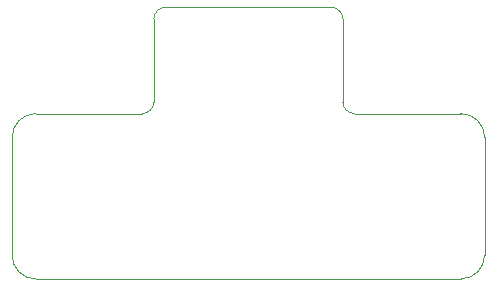
<source format=gm1>
G04 #@! TF.GenerationSoftware,KiCad,Pcbnew,(5.1.9-0-10_14)*
G04 #@! TF.CreationDate,2021-07-10T20:50:17+09:00*
G04 #@! TF.ProjectId,TouchSwitch,546f7563-6853-4776-9974-63682e6b6963,V1.0*
G04 #@! TF.SameCoordinates,Original*
G04 #@! TF.FileFunction,Profile,NP*
%FSLAX46Y46*%
G04 Gerber Fmt 4.6, Leading zero omitted, Abs format (unit mm)*
G04 Created by KiCad (PCBNEW (5.1.9-0-10_14)) date 2021-07-10 20:50:17*
%MOMM*%
%LPD*%
G01*
G04 APERTURE LIST*
G04 #@! TA.AperFunction,Profile*
%ADD10C,0.050000*%
G04 #@! TD*
G04 APERTURE END LIST*
D10*
X20000000Y-21000000D02*
G75*
G02*
X18000000Y-23000000I-2000000J0D01*
G01*
X-18000000Y-23000000D02*
G75*
G02*
X-20000000Y-21000000I0J2000000D01*
G01*
X-20000000Y-11000000D02*
G75*
G02*
X-18000000Y-9000000I2000000J0D01*
G01*
X-8000000Y-8000000D02*
G75*
G02*
X-9000000Y-9000000I-1000000J0D01*
G01*
X-8000000Y-1000000D02*
G75*
G02*
X-7000000Y0I1000000J0D01*
G01*
X7000000Y0D02*
G75*
G02*
X8000000Y-1000000I0J-1000000D01*
G01*
X9000000Y-9000000D02*
G75*
G02*
X8000000Y-8000000I0J1000000D01*
G01*
X18000000Y-9000000D02*
G75*
G02*
X20000000Y-11000000I0J-2000000D01*
G01*
X-8000000Y-1000000D02*
X-8000000Y-8000000D01*
X-18000000Y-9000000D02*
X-9000000Y-9000000D01*
X-20000000Y-21000000D02*
X-20000000Y-11000000D01*
X18000000Y-23000000D02*
X-18000000Y-23000000D01*
X20000000Y-11000000D02*
X20000000Y-21000000D01*
X9000000Y-9000000D02*
X18000000Y-9000000D01*
X8000000Y-1000000D02*
X8000000Y-8000000D01*
X-7000000Y0D02*
X7000000Y0D01*
M02*

</source>
